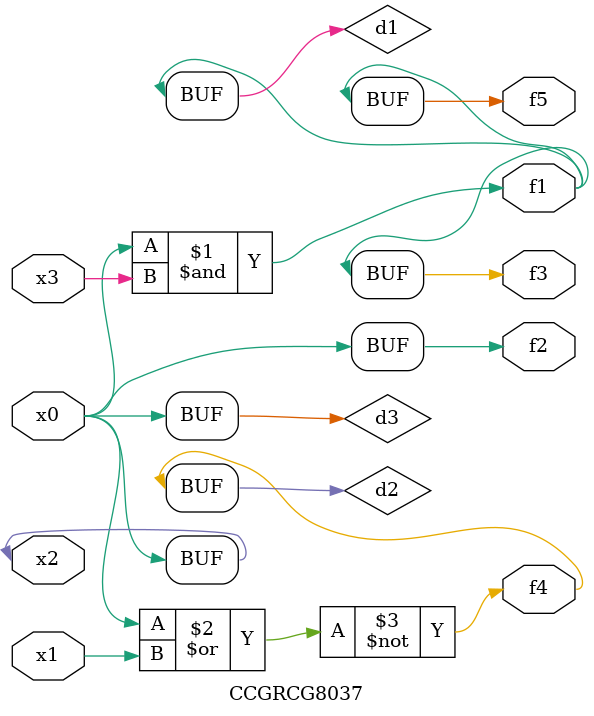
<source format=v>
module CCGRCG8037(
	input x0, x1, x2, x3,
	output f1, f2, f3, f4, f5
);

	wire d1, d2, d3;

	and (d1, x2, x3);
	nor (d2, x0, x1);
	buf (d3, x0, x2);
	assign f1 = d1;
	assign f2 = d3;
	assign f3 = d1;
	assign f4 = d2;
	assign f5 = d1;
endmodule

</source>
